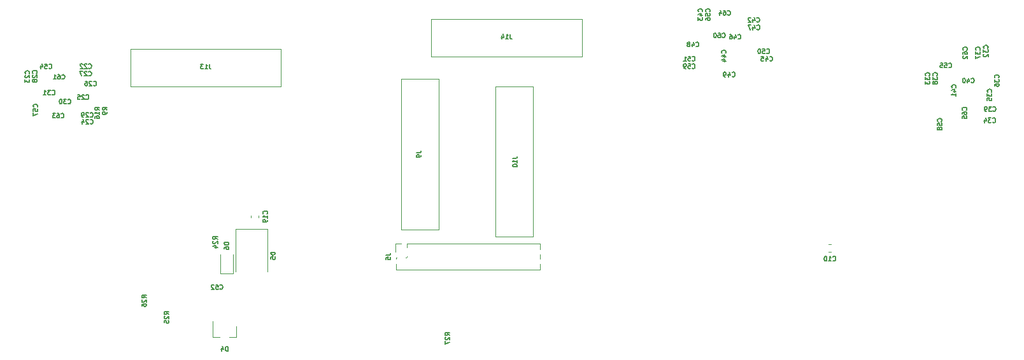
<source format=gbr>
G04 #@! TF.GenerationSoftware,KiCad,Pcbnew,5.1.0-unknown-9e240db~94~ubuntu18.04.1*
G04 #@! TF.CreationDate,2019-04-03T10:40:22+08:00*
G04 #@! TF.ProjectId,ovc3,6f766333-2e6b-4696-9361-645f70636258,rev?*
G04 #@! TF.SameCoordinates,Original*
G04 #@! TF.FileFunction,Legend,Bot*
G04 #@! TF.FilePolarity,Positive*
%FSLAX46Y46*%
G04 Gerber Fmt 4.6, Leading zero omitted, Abs format (unit mm)*
G04 Created by KiCad (PCBNEW 5.1.0-unknown-9e240db~94~ubuntu18.04.1) date 2019-04-03 10:40:22*
%MOMM*%
%LPD*%
G04 APERTURE LIST*
%ADD10C,0.120000*%
%ADD11C,0.150000*%
G04 APERTURE END LIST*
D10*
X113490000Y-101462779D02*
X113490000Y-101137221D01*
X114510000Y-101462779D02*
X114510000Y-101137221D01*
X111150000Y-108900000D02*
X111150000Y-106350000D01*
X109450000Y-108900000D02*
X109450000Y-106350000D01*
X111150000Y-108900000D02*
X109450000Y-108900000D01*
X111450000Y-102950000D02*
X111450000Y-108650000D01*
X115750000Y-102950000D02*
X115750000Y-108650000D01*
X111450000Y-102950000D02*
X115750000Y-102950000D01*
X111580000Y-117360000D02*
X111580000Y-115900000D01*
X108420000Y-117360000D02*
X108420000Y-115200000D01*
X108420000Y-117360000D02*
X109350000Y-117360000D01*
X111580000Y-117360000D02*
X110650000Y-117360000D01*
X132740000Y-104870000D02*
X132740000Y-106000000D01*
X133500000Y-104870000D02*
X132740000Y-104870000D01*
X132805000Y-107577530D02*
X132805000Y-108400000D01*
X132805000Y-106760000D02*
X132805000Y-106962470D01*
X132936529Y-106760000D02*
X132805000Y-106760000D01*
X134206529Y-106760000D02*
X134063471Y-106760000D01*
X134260000Y-106563471D02*
X134260000Y-106706529D01*
X134260000Y-104870000D02*
X134260000Y-105436529D01*
X132805000Y-108400000D02*
X151975000Y-108400000D01*
X134260000Y-104870000D02*
X151975000Y-104870000D01*
X151975000Y-106307530D02*
X151975000Y-106962470D01*
X151975000Y-107577530D02*
X151975000Y-108400000D01*
X151975000Y-104870000D02*
X151975000Y-105692470D01*
X157500000Y-80000000D02*
X137500000Y-80000000D01*
X157500000Y-75000000D02*
X157500000Y-80000000D01*
X137500000Y-75000000D02*
X137500000Y-80000000D01*
X157500000Y-75000000D02*
X137500000Y-75000000D01*
X117500000Y-84000000D02*
X97500000Y-84000000D01*
X117500000Y-79000000D02*
X117500000Y-84000000D01*
X97500000Y-79000000D02*
X97500000Y-84000000D01*
X117500000Y-79000000D02*
X97500000Y-79000000D01*
X146000000Y-104000000D02*
X146000000Y-84000000D01*
X151000000Y-104000000D02*
X146000000Y-104000000D01*
X151000000Y-84000000D02*
X146000000Y-84000000D01*
X151000000Y-104000000D02*
X151000000Y-84000000D01*
X138500000Y-83000000D02*
X138500000Y-103000000D01*
X133500000Y-83000000D02*
X138500000Y-83000000D01*
X133500000Y-103000000D02*
X138500000Y-103000000D01*
X133500000Y-83000000D02*
X133500000Y-103000000D01*
X190337221Y-104990000D02*
X190662779Y-104990000D01*
X190337221Y-106010000D02*
X190662779Y-106010000D01*
D11*
X139941428Y-117114285D02*
X139655714Y-116914285D01*
X139941428Y-116771428D02*
X139341428Y-116771428D01*
X139341428Y-117000000D01*
X139370000Y-117057142D01*
X139398571Y-117085714D01*
X139455714Y-117114285D01*
X139541428Y-117114285D01*
X139598571Y-117085714D01*
X139627142Y-117057142D01*
X139655714Y-117000000D01*
X139655714Y-116771428D01*
X139398571Y-117342857D02*
X139370000Y-117371428D01*
X139341428Y-117428571D01*
X139341428Y-117571428D01*
X139370000Y-117628571D01*
X139398571Y-117657142D01*
X139455714Y-117685714D01*
X139512857Y-117685714D01*
X139598571Y-117657142D01*
X139941428Y-117314285D01*
X139941428Y-117685714D01*
X139341428Y-117885714D02*
X139341428Y-118285714D01*
X139941428Y-118028571D01*
X99601428Y-112114285D02*
X99315714Y-111914285D01*
X99601428Y-111771428D02*
X99001428Y-111771428D01*
X99001428Y-112000000D01*
X99030000Y-112057142D01*
X99058571Y-112085714D01*
X99115714Y-112114285D01*
X99201428Y-112114285D01*
X99258571Y-112085714D01*
X99287142Y-112057142D01*
X99315714Y-112000000D01*
X99315714Y-111771428D01*
X99058571Y-112342857D02*
X99030000Y-112371428D01*
X99001428Y-112428571D01*
X99001428Y-112571428D01*
X99030000Y-112628571D01*
X99058571Y-112657142D01*
X99115714Y-112685714D01*
X99172857Y-112685714D01*
X99258571Y-112657142D01*
X99601428Y-112314285D01*
X99601428Y-112685714D01*
X99001428Y-113200000D02*
X99001428Y-113085714D01*
X99030000Y-113028571D01*
X99058571Y-113000000D01*
X99144285Y-112942857D01*
X99258571Y-112914285D01*
X99487142Y-112914285D01*
X99544285Y-112942857D01*
X99572857Y-112971428D01*
X99601428Y-113028571D01*
X99601428Y-113142857D01*
X99572857Y-113200000D01*
X99544285Y-113228571D01*
X99487142Y-113257142D01*
X99344285Y-113257142D01*
X99287142Y-113228571D01*
X99258571Y-113200000D01*
X99230000Y-113142857D01*
X99230000Y-113028571D01*
X99258571Y-112971428D01*
X99287142Y-112942857D01*
X99344285Y-112914285D01*
X115644285Y-100914285D02*
X115672857Y-100885714D01*
X115701428Y-100800000D01*
X115701428Y-100742857D01*
X115672857Y-100657142D01*
X115615714Y-100600000D01*
X115558571Y-100571428D01*
X115444285Y-100542857D01*
X115358571Y-100542857D01*
X115244285Y-100571428D01*
X115187142Y-100600000D01*
X115130000Y-100657142D01*
X115101428Y-100742857D01*
X115101428Y-100800000D01*
X115130000Y-100885714D01*
X115158571Y-100914285D01*
X115701428Y-101485714D02*
X115701428Y-101142857D01*
X115701428Y-101314285D02*
X115101428Y-101314285D01*
X115187142Y-101257142D01*
X115244285Y-101200000D01*
X115272857Y-101142857D01*
X115701428Y-101771428D02*
X115701428Y-101885714D01*
X115672857Y-101942857D01*
X115644285Y-101971428D01*
X115558571Y-102028571D01*
X115444285Y-102057142D01*
X115215714Y-102057142D01*
X115158571Y-102028571D01*
X115130000Y-102000000D01*
X115101428Y-101942857D01*
X115101428Y-101828571D01*
X115130000Y-101771428D01*
X115158571Y-101742857D01*
X115215714Y-101714285D01*
X115358571Y-101714285D01*
X115415714Y-101742857D01*
X115444285Y-101771428D01*
X115472857Y-101828571D01*
X115472857Y-101942857D01*
X115444285Y-102000000D01*
X115415714Y-102028571D01*
X115358571Y-102057142D01*
X110571428Y-104757142D02*
X109971428Y-104757142D01*
X109971428Y-104900000D01*
X110000000Y-104985714D01*
X110057142Y-105042857D01*
X110114285Y-105071428D01*
X110228571Y-105100000D01*
X110314285Y-105100000D01*
X110428571Y-105071428D01*
X110485714Y-105042857D01*
X110542857Y-104985714D01*
X110571428Y-104900000D01*
X110571428Y-104757142D01*
X109971428Y-105614285D02*
X109971428Y-105500000D01*
X110000000Y-105442857D01*
X110028571Y-105414285D01*
X110114285Y-105357142D01*
X110228571Y-105328571D01*
X110457142Y-105328571D01*
X110514285Y-105357142D01*
X110542857Y-105385714D01*
X110571428Y-105442857D01*
X110571428Y-105557142D01*
X110542857Y-105614285D01*
X110514285Y-105642857D01*
X110457142Y-105671428D01*
X110314285Y-105671428D01*
X110257142Y-105642857D01*
X110228571Y-105614285D01*
X110200000Y-105557142D01*
X110200000Y-105442857D01*
X110228571Y-105385714D01*
X110257142Y-105357142D01*
X110314285Y-105328571D01*
X102601428Y-114314285D02*
X102315714Y-114114285D01*
X102601428Y-113971428D02*
X102001428Y-113971428D01*
X102001428Y-114200000D01*
X102030000Y-114257142D01*
X102058571Y-114285714D01*
X102115714Y-114314285D01*
X102201428Y-114314285D01*
X102258571Y-114285714D01*
X102287142Y-114257142D01*
X102315714Y-114200000D01*
X102315714Y-113971428D01*
X102058571Y-114542857D02*
X102030000Y-114571428D01*
X102001428Y-114628571D01*
X102001428Y-114771428D01*
X102030000Y-114828571D01*
X102058571Y-114857142D01*
X102115714Y-114885714D01*
X102172857Y-114885714D01*
X102258571Y-114857142D01*
X102601428Y-114514285D01*
X102601428Y-114885714D01*
X102001428Y-115428571D02*
X102001428Y-115142857D01*
X102287142Y-115114285D01*
X102258571Y-115142857D01*
X102230000Y-115200000D01*
X102230000Y-115342857D01*
X102258571Y-115400000D01*
X102287142Y-115428571D01*
X102344285Y-115457142D01*
X102487142Y-115457142D01*
X102544285Y-115428571D01*
X102572857Y-115400000D01*
X102601428Y-115342857D01*
X102601428Y-115200000D01*
X102572857Y-115142857D01*
X102544285Y-115114285D01*
X109071428Y-104314285D02*
X108785714Y-104114285D01*
X109071428Y-103971428D02*
X108471428Y-103971428D01*
X108471428Y-104200000D01*
X108500000Y-104257142D01*
X108528571Y-104285714D01*
X108585714Y-104314285D01*
X108671428Y-104314285D01*
X108728571Y-104285714D01*
X108757142Y-104257142D01*
X108785714Y-104200000D01*
X108785714Y-103971428D01*
X108528571Y-104542857D02*
X108500000Y-104571428D01*
X108471428Y-104628571D01*
X108471428Y-104771428D01*
X108500000Y-104828571D01*
X108528571Y-104857142D01*
X108585714Y-104885714D01*
X108642857Y-104885714D01*
X108728571Y-104857142D01*
X109071428Y-104514285D01*
X109071428Y-104885714D01*
X108671428Y-105400000D02*
X109071428Y-105400000D01*
X108442857Y-105257142D02*
X108871428Y-105114285D01*
X108871428Y-105485714D01*
X109385714Y-110914285D02*
X109414285Y-110942857D01*
X109500000Y-110971428D01*
X109557142Y-110971428D01*
X109642857Y-110942857D01*
X109700000Y-110885714D01*
X109728571Y-110828571D01*
X109757142Y-110714285D01*
X109757142Y-110628571D01*
X109728571Y-110514285D01*
X109700000Y-110457142D01*
X109642857Y-110400000D01*
X109557142Y-110371428D01*
X109500000Y-110371428D01*
X109414285Y-110400000D01*
X109385714Y-110428571D01*
X108842857Y-110371428D02*
X109128571Y-110371428D01*
X109157142Y-110657142D01*
X109128571Y-110628571D01*
X109071428Y-110600000D01*
X108928571Y-110600000D01*
X108871428Y-110628571D01*
X108842857Y-110657142D01*
X108814285Y-110714285D01*
X108814285Y-110857142D01*
X108842857Y-110914285D01*
X108871428Y-110942857D01*
X108928571Y-110971428D01*
X109071428Y-110971428D01*
X109128571Y-110942857D01*
X109157142Y-110914285D01*
X108585714Y-110428571D02*
X108557142Y-110400000D01*
X108500000Y-110371428D01*
X108357142Y-110371428D01*
X108300000Y-110400000D01*
X108271428Y-110428571D01*
X108242857Y-110485714D01*
X108242857Y-110542857D01*
X108271428Y-110628571D01*
X108614285Y-110971428D01*
X108242857Y-110971428D01*
X116771428Y-106057142D02*
X116171428Y-106057142D01*
X116171428Y-106200000D01*
X116200000Y-106285714D01*
X116257142Y-106342857D01*
X116314285Y-106371428D01*
X116428571Y-106400000D01*
X116514285Y-106400000D01*
X116628571Y-106371428D01*
X116685714Y-106342857D01*
X116742857Y-106285714D01*
X116771428Y-106200000D01*
X116771428Y-106057142D01*
X116171428Y-106942857D02*
X116171428Y-106657142D01*
X116457142Y-106628571D01*
X116428571Y-106657142D01*
X116400000Y-106714285D01*
X116400000Y-106857142D01*
X116428571Y-106914285D01*
X116457142Y-106942857D01*
X116514285Y-106971428D01*
X116657142Y-106971428D01*
X116714285Y-106942857D01*
X116742857Y-106914285D01*
X116771428Y-106857142D01*
X116771428Y-106714285D01*
X116742857Y-106657142D01*
X116714285Y-106628571D01*
X110442857Y-119171428D02*
X110442857Y-118571428D01*
X110300000Y-118571428D01*
X110214285Y-118600000D01*
X110157142Y-118657142D01*
X110128571Y-118714285D01*
X110100000Y-118828571D01*
X110100000Y-118914285D01*
X110128571Y-119028571D01*
X110157142Y-119085714D01*
X110214285Y-119142857D01*
X110300000Y-119171428D01*
X110442857Y-119171428D01*
X109585714Y-118771428D02*
X109585714Y-119171428D01*
X109728571Y-118542857D02*
X109871428Y-118971428D01*
X109500000Y-118971428D01*
X131476428Y-106435000D02*
X131905000Y-106435000D01*
X131990714Y-106406428D01*
X132047857Y-106349285D01*
X132076428Y-106263571D01*
X132076428Y-106206428D01*
X131476428Y-107006428D02*
X131476428Y-106720714D01*
X131762142Y-106692142D01*
X131733571Y-106720714D01*
X131705000Y-106777857D01*
X131705000Y-106920714D01*
X131733571Y-106977857D01*
X131762142Y-107006428D01*
X131819285Y-107035000D01*
X131962142Y-107035000D01*
X132019285Y-107006428D01*
X132047857Y-106977857D01*
X132076428Y-106920714D01*
X132076428Y-106777857D01*
X132047857Y-106720714D01*
X132019285Y-106692142D01*
X147985714Y-77021428D02*
X147985714Y-77450000D01*
X148014285Y-77535714D01*
X148071428Y-77592857D01*
X148157142Y-77621428D01*
X148214285Y-77621428D01*
X147385714Y-77621428D02*
X147728571Y-77621428D01*
X147557142Y-77621428D02*
X147557142Y-77021428D01*
X147614285Y-77107142D01*
X147671428Y-77164285D01*
X147728571Y-77192857D01*
X146871428Y-77221428D02*
X146871428Y-77621428D01*
X147014285Y-76992857D02*
X147157142Y-77421428D01*
X146785714Y-77421428D01*
X107985714Y-81021428D02*
X107985714Y-81450000D01*
X108014285Y-81535714D01*
X108071428Y-81592857D01*
X108157142Y-81621428D01*
X108214285Y-81621428D01*
X107385714Y-81621428D02*
X107728571Y-81621428D01*
X107557142Y-81621428D02*
X107557142Y-81021428D01*
X107614285Y-81107142D01*
X107671428Y-81164285D01*
X107728571Y-81192857D01*
X107185714Y-81021428D02*
X106814285Y-81021428D01*
X107014285Y-81250000D01*
X106928571Y-81250000D01*
X106871428Y-81278571D01*
X106842857Y-81307142D01*
X106814285Y-81364285D01*
X106814285Y-81507142D01*
X106842857Y-81564285D01*
X106871428Y-81592857D01*
X106928571Y-81621428D01*
X107100000Y-81621428D01*
X107157142Y-81592857D01*
X107185714Y-81564285D01*
X148321428Y-93514285D02*
X148750000Y-93514285D01*
X148835714Y-93485714D01*
X148892857Y-93428571D01*
X148921428Y-93342857D01*
X148921428Y-93285714D01*
X148921428Y-94114285D02*
X148921428Y-93771428D01*
X148921428Y-93942857D02*
X148321428Y-93942857D01*
X148407142Y-93885714D01*
X148464285Y-93828571D01*
X148492857Y-93771428D01*
X148321428Y-94485714D02*
X148321428Y-94542857D01*
X148350000Y-94600000D01*
X148378571Y-94628571D01*
X148435714Y-94657142D01*
X148550000Y-94685714D01*
X148692857Y-94685714D01*
X148807142Y-94657142D01*
X148864285Y-94628571D01*
X148892857Y-94600000D01*
X148921428Y-94542857D01*
X148921428Y-94485714D01*
X148892857Y-94428571D01*
X148864285Y-94400000D01*
X148807142Y-94371428D01*
X148692857Y-94342857D01*
X148550000Y-94342857D01*
X148435714Y-94371428D01*
X148378571Y-94400000D01*
X148350000Y-94428571D01*
X148321428Y-94485714D01*
X178285714Y-77614285D02*
X178314285Y-77642857D01*
X178400000Y-77671428D01*
X178457142Y-77671428D01*
X178542857Y-77642857D01*
X178600000Y-77585714D01*
X178628571Y-77528571D01*
X178657142Y-77414285D01*
X178657142Y-77328571D01*
X178628571Y-77214285D01*
X178600000Y-77157142D01*
X178542857Y-77100000D01*
X178457142Y-77071428D01*
X178400000Y-77071428D01*
X178314285Y-77100000D01*
X178285714Y-77128571D01*
X177771428Y-77271428D02*
X177771428Y-77671428D01*
X177914285Y-77042857D02*
X178057142Y-77471428D01*
X177685714Y-77471428D01*
X177200000Y-77071428D02*
X177314285Y-77071428D01*
X177371428Y-77100000D01*
X177400000Y-77128571D01*
X177457142Y-77214285D01*
X177485714Y-77328571D01*
X177485714Y-77557142D01*
X177457142Y-77614285D01*
X177428571Y-77642857D01*
X177371428Y-77671428D01*
X177257142Y-77671428D01*
X177200000Y-77642857D01*
X177171428Y-77614285D01*
X177142857Y-77557142D01*
X177142857Y-77414285D01*
X177171428Y-77357142D01*
X177200000Y-77328571D01*
X177257142Y-77300000D01*
X177371428Y-77300000D01*
X177428571Y-77328571D01*
X177457142Y-77357142D01*
X177485714Y-77414285D01*
X93371428Y-87114285D02*
X93085714Y-86914285D01*
X93371428Y-86771428D02*
X92771428Y-86771428D01*
X92771428Y-87000000D01*
X92800000Y-87057142D01*
X92828571Y-87085714D01*
X92885714Y-87114285D01*
X92971428Y-87114285D01*
X93028571Y-87085714D01*
X93057142Y-87057142D01*
X93085714Y-87000000D01*
X93085714Y-86771428D01*
X93371428Y-87685714D02*
X93371428Y-87342857D01*
X93371428Y-87514285D02*
X92771428Y-87514285D01*
X92857142Y-87457142D01*
X92914285Y-87400000D01*
X92942857Y-87342857D01*
X92771428Y-88200000D02*
X92771428Y-88085714D01*
X92800000Y-88028571D01*
X92828571Y-88000000D01*
X92914285Y-87942857D01*
X93028571Y-87914285D01*
X93257142Y-87914285D01*
X93314285Y-87942857D01*
X93342857Y-87971428D01*
X93371428Y-88028571D01*
X93371428Y-88142857D01*
X93342857Y-88200000D01*
X93314285Y-88228571D01*
X93257142Y-88257142D01*
X93114285Y-88257142D01*
X93057142Y-88228571D01*
X93028571Y-88200000D01*
X93000000Y-88142857D01*
X93000000Y-88028571D01*
X93028571Y-87971428D01*
X93057142Y-87942857D01*
X93114285Y-87914285D01*
X94371428Y-87100000D02*
X94085714Y-86900000D01*
X94371428Y-86757142D02*
X93771428Y-86757142D01*
X93771428Y-86985714D01*
X93800000Y-87042857D01*
X93828571Y-87071428D01*
X93885714Y-87100000D01*
X93971428Y-87100000D01*
X94028571Y-87071428D01*
X94057142Y-87042857D01*
X94085714Y-86985714D01*
X94085714Y-86757142D01*
X94371428Y-87385714D02*
X94371428Y-87500000D01*
X94342857Y-87557142D01*
X94314285Y-87585714D01*
X94228571Y-87642857D01*
X94114285Y-87671428D01*
X93885714Y-87671428D01*
X93828571Y-87642857D01*
X93800000Y-87614285D01*
X93771428Y-87557142D01*
X93771428Y-87442857D01*
X93800000Y-87385714D01*
X93828571Y-87357142D01*
X93885714Y-87328571D01*
X94028571Y-87328571D01*
X94085714Y-87357142D01*
X94114285Y-87385714D01*
X94142857Y-87442857D01*
X94142857Y-87557142D01*
X94114285Y-87614285D01*
X94085714Y-87642857D01*
X94028571Y-87671428D01*
X135521428Y-92800000D02*
X135950000Y-92800000D01*
X136035714Y-92771428D01*
X136092857Y-92714285D01*
X136121428Y-92628571D01*
X136121428Y-92571428D01*
X136121428Y-93114285D02*
X136121428Y-93228571D01*
X136092857Y-93285714D01*
X136064285Y-93314285D01*
X135978571Y-93371428D01*
X135864285Y-93400000D01*
X135635714Y-93400000D01*
X135578571Y-93371428D01*
X135550000Y-93342857D01*
X135521428Y-93285714D01*
X135521428Y-93171428D01*
X135550000Y-93114285D01*
X135578571Y-93085714D01*
X135635714Y-93057142D01*
X135778571Y-93057142D01*
X135835714Y-93085714D01*
X135864285Y-93114285D01*
X135892857Y-93171428D01*
X135892857Y-93285714D01*
X135864285Y-93342857D01*
X135835714Y-93371428D01*
X135778571Y-93400000D01*
X190885714Y-107144285D02*
X190914285Y-107172857D01*
X191000000Y-107201428D01*
X191057142Y-107201428D01*
X191142857Y-107172857D01*
X191200000Y-107115714D01*
X191228571Y-107058571D01*
X191257142Y-106944285D01*
X191257142Y-106858571D01*
X191228571Y-106744285D01*
X191200000Y-106687142D01*
X191142857Y-106630000D01*
X191057142Y-106601428D01*
X191000000Y-106601428D01*
X190914285Y-106630000D01*
X190885714Y-106658571D01*
X190314285Y-107201428D02*
X190657142Y-107201428D01*
X190485714Y-107201428D02*
X190485714Y-106601428D01*
X190542857Y-106687142D01*
X190600000Y-106744285D01*
X190657142Y-106772857D01*
X189942857Y-106601428D02*
X189885714Y-106601428D01*
X189828571Y-106630000D01*
X189800000Y-106658571D01*
X189771428Y-106715714D01*
X189742857Y-106830000D01*
X189742857Y-106972857D01*
X189771428Y-107087142D01*
X189800000Y-107144285D01*
X189828571Y-107172857D01*
X189885714Y-107201428D01*
X189942857Y-107201428D01*
X190000000Y-107172857D01*
X190028571Y-107144285D01*
X190057142Y-107087142D01*
X190085714Y-106972857D01*
X190085714Y-106830000D01*
X190057142Y-106715714D01*
X190028571Y-106658571D01*
X190000000Y-106630000D01*
X189942857Y-106601428D01*
X88285714Y-88114285D02*
X88314285Y-88142857D01*
X88400000Y-88171428D01*
X88457142Y-88171428D01*
X88542857Y-88142857D01*
X88600000Y-88085714D01*
X88628571Y-88028571D01*
X88657142Y-87914285D01*
X88657142Y-87828571D01*
X88628571Y-87714285D01*
X88600000Y-87657142D01*
X88542857Y-87600000D01*
X88457142Y-87571428D01*
X88400000Y-87571428D01*
X88314285Y-87600000D01*
X88285714Y-87628571D01*
X87771428Y-87571428D02*
X87885714Y-87571428D01*
X87942857Y-87600000D01*
X87971428Y-87628571D01*
X88028571Y-87714285D01*
X88057142Y-87828571D01*
X88057142Y-88057142D01*
X88028571Y-88114285D01*
X88000000Y-88142857D01*
X87942857Y-88171428D01*
X87828571Y-88171428D01*
X87771428Y-88142857D01*
X87742857Y-88114285D01*
X87714285Y-88057142D01*
X87714285Y-87914285D01*
X87742857Y-87857142D01*
X87771428Y-87828571D01*
X87828571Y-87800000D01*
X87942857Y-87800000D01*
X88000000Y-87828571D01*
X88028571Y-87857142D01*
X88057142Y-87914285D01*
X87514285Y-87571428D02*
X87142857Y-87571428D01*
X87342857Y-87800000D01*
X87257142Y-87800000D01*
X87200000Y-87828571D01*
X87171428Y-87857142D01*
X87142857Y-87914285D01*
X87142857Y-88057142D01*
X87171428Y-88114285D01*
X87200000Y-88142857D01*
X87257142Y-88171428D01*
X87428571Y-88171428D01*
X87485714Y-88142857D01*
X87514285Y-88114285D01*
X208614285Y-87114285D02*
X208642857Y-87085714D01*
X208671428Y-87000000D01*
X208671428Y-86942857D01*
X208642857Y-86857142D01*
X208585714Y-86800000D01*
X208528571Y-86771428D01*
X208414285Y-86742857D01*
X208328571Y-86742857D01*
X208214285Y-86771428D01*
X208157142Y-86800000D01*
X208100000Y-86857142D01*
X208071428Y-86942857D01*
X208071428Y-87000000D01*
X208100000Y-87085714D01*
X208128571Y-87114285D01*
X208071428Y-87628571D02*
X208071428Y-87514285D01*
X208100000Y-87457142D01*
X208128571Y-87428571D01*
X208214285Y-87371428D01*
X208328571Y-87342857D01*
X208557142Y-87342857D01*
X208614285Y-87371428D01*
X208642857Y-87400000D01*
X208671428Y-87457142D01*
X208671428Y-87571428D01*
X208642857Y-87628571D01*
X208614285Y-87657142D01*
X208557142Y-87685714D01*
X208414285Y-87685714D01*
X208357142Y-87657142D01*
X208328571Y-87628571D01*
X208300000Y-87571428D01*
X208300000Y-87457142D01*
X208328571Y-87400000D01*
X208357142Y-87371428D01*
X208414285Y-87342857D01*
X208071428Y-88228571D02*
X208071428Y-87942857D01*
X208357142Y-87914285D01*
X208328571Y-87942857D01*
X208300000Y-88000000D01*
X208300000Y-88142857D01*
X208328571Y-88200000D01*
X208357142Y-88228571D01*
X208414285Y-88257142D01*
X208557142Y-88257142D01*
X208614285Y-88228571D01*
X208642857Y-88200000D01*
X208671428Y-88142857D01*
X208671428Y-88000000D01*
X208642857Y-87942857D01*
X208614285Y-87914285D01*
X176885714Y-74424285D02*
X176914285Y-74452857D01*
X177000000Y-74481428D01*
X177057142Y-74481428D01*
X177142857Y-74452857D01*
X177200000Y-74395714D01*
X177228571Y-74338571D01*
X177257142Y-74224285D01*
X177257142Y-74138571D01*
X177228571Y-74024285D01*
X177200000Y-73967142D01*
X177142857Y-73910000D01*
X177057142Y-73881428D01*
X177000000Y-73881428D01*
X176914285Y-73910000D01*
X176885714Y-73938571D01*
X176371428Y-73881428D02*
X176485714Y-73881428D01*
X176542857Y-73910000D01*
X176571428Y-73938571D01*
X176628571Y-74024285D01*
X176657142Y-74138571D01*
X176657142Y-74367142D01*
X176628571Y-74424285D01*
X176600000Y-74452857D01*
X176542857Y-74481428D01*
X176428571Y-74481428D01*
X176371428Y-74452857D01*
X176342857Y-74424285D01*
X176314285Y-74367142D01*
X176314285Y-74224285D01*
X176342857Y-74167142D01*
X176371428Y-74138571D01*
X176428571Y-74110000D01*
X176542857Y-74110000D01*
X176600000Y-74138571D01*
X176628571Y-74167142D01*
X176657142Y-74224285D01*
X175800000Y-74081428D02*
X175800000Y-74481428D01*
X175942857Y-73852857D02*
X176085714Y-74281428D01*
X175714285Y-74281428D01*
X208714285Y-79114285D02*
X208742857Y-79085714D01*
X208771428Y-79000000D01*
X208771428Y-78942857D01*
X208742857Y-78857142D01*
X208685714Y-78800000D01*
X208628571Y-78771428D01*
X208514285Y-78742857D01*
X208428571Y-78742857D01*
X208314285Y-78771428D01*
X208257142Y-78800000D01*
X208200000Y-78857142D01*
X208171428Y-78942857D01*
X208171428Y-79000000D01*
X208200000Y-79085714D01*
X208228571Y-79114285D01*
X208171428Y-79628571D02*
X208171428Y-79514285D01*
X208200000Y-79457142D01*
X208228571Y-79428571D01*
X208314285Y-79371428D01*
X208428571Y-79342857D01*
X208657142Y-79342857D01*
X208714285Y-79371428D01*
X208742857Y-79400000D01*
X208771428Y-79457142D01*
X208771428Y-79571428D01*
X208742857Y-79628571D01*
X208714285Y-79657142D01*
X208657142Y-79685714D01*
X208514285Y-79685714D01*
X208457142Y-79657142D01*
X208428571Y-79628571D01*
X208400000Y-79571428D01*
X208400000Y-79457142D01*
X208428571Y-79400000D01*
X208457142Y-79371428D01*
X208514285Y-79342857D01*
X208228571Y-79914285D02*
X208200000Y-79942857D01*
X208171428Y-80000000D01*
X208171428Y-80142857D01*
X208200000Y-80200000D01*
X208228571Y-80228571D01*
X208285714Y-80257142D01*
X208342857Y-80257142D01*
X208428571Y-80228571D01*
X208771428Y-79885714D01*
X208771428Y-80257142D01*
X88385714Y-82939285D02*
X88414285Y-82967857D01*
X88500000Y-82996428D01*
X88557142Y-82996428D01*
X88642857Y-82967857D01*
X88700000Y-82910714D01*
X88728571Y-82853571D01*
X88757142Y-82739285D01*
X88757142Y-82653571D01*
X88728571Y-82539285D01*
X88700000Y-82482142D01*
X88642857Y-82425000D01*
X88557142Y-82396428D01*
X88500000Y-82396428D01*
X88414285Y-82425000D01*
X88385714Y-82453571D01*
X87871428Y-82396428D02*
X87985714Y-82396428D01*
X88042857Y-82425000D01*
X88071428Y-82453571D01*
X88128571Y-82539285D01*
X88157142Y-82653571D01*
X88157142Y-82882142D01*
X88128571Y-82939285D01*
X88100000Y-82967857D01*
X88042857Y-82996428D01*
X87928571Y-82996428D01*
X87871428Y-82967857D01*
X87842857Y-82939285D01*
X87814285Y-82882142D01*
X87814285Y-82739285D01*
X87842857Y-82682142D01*
X87871428Y-82653571D01*
X87928571Y-82625000D01*
X88042857Y-82625000D01*
X88100000Y-82653571D01*
X88128571Y-82682142D01*
X88157142Y-82739285D01*
X87242857Y-82996428D02*
X87585714Y-82996428D01*
X87414285Y-82996428D02*
X87414285Y-82396428D01*
X87471428Y-82482142D01*
X87528571Y-82539285D01*
X87585714Y-82567857D01*
X176185714Y-77414285D02*
X176214285Y-77442857D01*
X176300000Y-77471428D01*
X176357142Y-77471428D01*
X176442857Y-77442857D01*
X176500000Y-77385714D01*
X176528571Y-77328571D01*
X176557142Y-77214285D01*
X176557142Y-77128571D01*
X176528571Y-77014285D01*
X176500000Y-76957142D01*
X176442857Y-76900000D01*
X176357142Y-76871428D01*
X176300000Y-76871428D01*
X176214285Y-76900000D01*
X176185714Y-76928571D01*
X175671428Y-76871428D02*
X175785714Y-76871428D01*
X175842857Y-76900000D01*
X175871428Y-76928571D01*
X175928571Y-77014285D01*
X175957142Y-77128571D01*
X175957142Y-77357142D01*
X175928571Y-77414285D01*
X175900000Y-77442857D01*
X175842857Y-77471428D01*
X175728571Y-77471428D01*
X175671428Y-77442857D01*
X175642857Y-77414285D01*
X175614285Y-77357142D01*
X175614285Y-77214285D01*
X175642857Y-77157142D01*
X175671428Y-77128571D01*
X175728571Y-77100000D01*
X175842857Y-77100000D01*
X175900000Y-77128571D01*
X175928571Y-77157142D01*
X175957142Y-77214285D01*
X175242857Y-76871428D02*
X175185714Y-76871428D01*
X175128571Y-76900000D01*
X175100000Y-76928571D01*
X175071428Y-76985714D01*
X175042857Y-77100000D01*
X175042857Y-77242857D01*
X175071428Y-77357142D01*
X175100000Y-77414285D01*
X175128571Y-77442857D01*
X175185714Y-77471428D01*
X175242857Y-77471428D01*
X175300000Y-77442857D01*
X175328571Y-77414285D01*
X175357142Y-77357142D01*
X175385714Y-77242857D01*
X175385714Y-77100000D01*
X175357142Y-76985714D01*
X175328571Y-76928571D01*
X175300000Y-76900000D01*
X175242857Y-76871428D01*
X172185714Y-81514285D02*
X172214285Y-81542857D01*
X172300000Y-81571428D01*
X172357142Y-81571428D01*
X172442857Y-81542857D01*
X172500000Y-81485714D01*
X172528571Y-81428571D01*
X172557142Y-81314285D01*
X172557142Y-81228571D01*
X172528571Y-81114285D01*
X172500000Y-81057142D01*
X172442857Y-81000000D01*
X172357142Y-80971428D01*
X172300000Y-80971428D01*
X172214285Y-81000000D01*
X172185714Y-81028571D01*
X171642857Y-80971428D02*
X171928571Y-80971428D01*
X171957142Y-81257142D01*
X171928571Y-81228571D01*
X171871428Y-81200000D01*
X171728571Y-81200000D01*
X171671428Y-81228571D01*
X171642857Y-81257142D01*
X171614285Y-81314285D01*
X171614285Y-81457142D01*
X171642857Y-81514285D01*
X171671428Y-81542857D01*
X171728571Y-81571428D01*
X171871428Y-81571428D01*
X171928571Y-81542857D01*
X171957142Y-81514285D01*
X171328571Y-81571428D02*
X171214285Y-81571428D01*
X171157142Y-81542857D01*
X171128571Y-81514285D01*
X171071428Y-81428571D01*
X171042857Y-81314285D01*
X171042857Y-81085714D01*
X171071428Y-81028571D01*
X171100000Y-81000000D01*
X171157142Y-80971428D01*
X171271428Y-80971428D01*
X171328571Y-81000000D01*
X171357142Y-81028571D01*
X171385714Y-81085714D01*
X171385714Y-81228571D01*
X171357142Y-81285714D01*
X171328571Y-81314285D01*
X171271428Y-81342857D01*
X171157142Y-81342857D01*
X171100000Y-81314285D01*
X171071428Y-81285714D01*
X171042857Y-81228571D01*
X205314285Y-88614285D02*
X205342857Y-88585714D01*
X205371428Y-88500000D01*
X205371428Y-88442857D01*
X205342857Y-88357142D01*
X205285714Y-88300000D01*
X205228571Y-88271428D01*
X205114285Y-88242857D01*
X205028571Y-88242857D01*
X204914285Y-88271428D01*
X204857142Y-88300000D01*
X204800000Y-88357142D01*
X204771428Y-88442857D01*
X204771428Y-88500000D01*
X204800000Y-88585714D01*
X204828571Y-88614285D01*
X204771428Y-89157142D02*
X204771428Y-88871428D01*
X205057142Y-88842857D01*
X205028571Y-88871428D01*
X205000000Y-88928571D01*
X205000000Y-89071428D01*
X205028571Y-89128571D01*
X205057142Y-89157142D01*
X205114285Y-89185714D01*
X205257142Y-89185714D01*
X205314285Y-89157142D01*
X205342857Y-89128571D01*
X205371428Y-89071428D01*
X205371428Y-88928571D01*
X205342857Y-88871428D01*
X205314285Y-88842857D01*
X205028571Y-89528571D02*
X205000000Y-89471428D01*
X204971428Y-89442857D01*
X204914285Y-89414285D01*
X204885714Y-89414285D01*
X204828571Y-89442857D01*
X204800000Y-89471428D01*
X204771428Y-89528571D01*
X204771428Y-89642857D01*
X204800000Y-89700000D01*
X204828571Y-89728571D01*
X204885714Y-89757142D01*
X204914285Y-89757142D01*
X204971428Y-89728571D01*
X205000000Y-89700000D01*
X205028571Y-89642857D01*
X205028571Y-89528571D01*
X205057142Y-89471428D01*
X205085714Y-89442857D01*
X205142857Y-89414285D01*
X205257142Y-89414285D01*
X205314285Y-89442857D01*
X205342857Y-89471428D01*
X205371428Y-89528571D01*
X205371428Y-89642857D01*
X205342857Y-89700000D01*
X205314285Y-89728571D01*
X205257142Y-89757142D01*
X205142857Y-89757142D01*
X205085714Y-89728571D01*
X205057142Y-89700000D01*
X205028571Y-89642857D01*
X85114285Y-86714285D02*
X85142857Y-86685714D01*
X85171428Y-86600000D01*
X85171428Y-86542857D01*
X85142857Y-86457142D01*
X85085714Y-86400000D01*
X85028571Y-86371428D01*
X84914285Y-86342857D01*
X84828571Y-86342857D01*
X84714285Y-86371428D01*
X84657142Y-86400000D01*
X84600000Y-86457142D01*
X84571428Y-86542857D01*
X84571428Y-86600000D01*
X84600000Y-86685714D01*
X84628571Y-86714285D01*
X84571428Y-87257142D02*
X84571428Y-86971428D01*
X84857142Y-86942857D01*
X84828571Y-86971428D01*
X84800000Y-87028571D01*
X84800000Y-87171428D01*
X84828571Y-87228571D01*
X84857142Y-87257142D01*
X84914285Y-87285714D01*
X85057142Y-87285714D01*
X85114285Y-87257142D01*
X85142857Y-87228571D01*
X85171428Y-87171428D01*
X85171428Y-87028571D01*
X85142857Y-86971428D01*
X85114285Y-86942857D01*
X84571428Y-87485714D02*
X84571428Y-87885714D01*
X85171428Y-87628571D01*
X174514285Y-74014285D02*
X174542857Y-73985714D01*
X174571428Y-73900000D01*
X174571428Y-73842857D01*
X174542857Y-73757142D01*
X174485714Y-73700000D01*
X174428571Y-73671428D01*
X174314285Y-73642857D01*
X174228571Y-73642857D01*
X174114285Y-73671428D01*
X174057142Y-73700000D01*
X174000000Y-73757142D01*
X173971428Y-73842857D01*
X173971428Y-73900000D01*
X174000000Y-73985714D01*
X174028571Y-74014285D01*
X173971428Y-74557142D02*
X173971428Y-74271428D01*
X174257142Y-74242857D01*
X174228571Y-74271428D01*
X174200000Y-74328571D01*
X174200000Y-74471428D01*
X174228571Y-74528571D01*
X174257142Y-74557142D01*
X174314285Y-74585714D01*
X174457142Y-74585714D01*
X174514285Y-74557142D01*
X174542857Y-74528571D01*
X174571428Y-74471428D01*
X174571428Y-74328571D01*
X174542857Y-74271428D01*
X174514285Y-74242857D01*
X173971428Y-75100000D02*
X173971428Y-74985714D01*
X174000000Y-74928571D01*
X174028571Y-74900000D01*
X174114285Y-74842857D01*
X174228571Y-74814285D01*
X174457142Y-74814285D01*
X174514285Y-74842857D01*
X174542857Y-74871428D01*
X174571428Y-74928571D01*
X174571428Y-75042857D01*
X174542857Y-75100000D01*
X174514285Y-75128571D01*
X174457142Y-75157142D01*
X174314285Y-75157142D01*
X174257142Y-75128571D01*
X174228571Y-75100000D01*
X174200000Y-75042857D01*
X174200000Y-74928571D01*
X174228571Y-74871428D01*
X174257142Y-74842857D01*
X174314285Y-74814285D01*
X206285714Y-81414285D02*
X206314285Y-81442857D01*
X206400000Y-81471428D01*
X206457142Y-81471428D01*
X206542857Y-81442857D01*
X206600000Y-81385714D01*
X206628571Y-81328571D01*
X206657142Y-81214285D01*
X206657142Y-81128571D01*
X206628571Y-81014285D01*
X206600000Y-80957142D01*
X206542857Y-80900000D01*
X206457142Y-80871428D01*
X206400000Y-80871428D01*
X206314285Y-80900000D01*
X206285714Y-80928571D01*
X205742857Y-80871428D02*
X206028571Y-80871428D01*
X206057142Y-81157142D01*
X206028571Y-81128571D01*
X205971428Y-81100000D01*
X205828571Y-81100000D01*
X205771428Y-81128571D01*
X205742857Y-81157142D01*
X205714285Y-81214285D01*
X205714285Y-81357142D01*
X205742857Y-81414285D01*
X205771428Y-81442857D01*
X205828571Y-81471428D01*
X205971428Y-81471428D01*
X206028571Y-81442857D01*
X206057142Y-81414285D01*
X205171428Y-80871428D02*
X205457142Y-80871428D01*
X205485714Y-81157142D01*
X205457142Y-81128571D01*
X205400000Y-81100000D01*
X205257142Y-81100000D01*
X205200000Y-81128571D01*
X205171428Y-81157142D01*
X205142857Y-81214285D01*
X205142857Y-81357142D01*
X205171428Y-81414285D01*
X205200000Y-81442857D01*
X205257142Y-81471428D01*
X205400000Y-81471428D01*
X205457142Y-81442857D01*
X205485714Y-81414285D01*
X86660714Y-81539285D02*
X86689285Y-81567857D01*
X86775000Y-81596428D01*
X86832142Y-81596428D01*
X86917857Y-81567857D01*
X86975000Y-81510714D01*
X87003571Y-81453571D01*
X87032142Y-81339285D01*
X87032142Y-81253571D01*
X87003571Y-81139285D01*
X86975000Y-81082142D01*
X86917857Y-81025000D01*
X86832142Y-80996428D01*
X86775000Y-80996428D01*
X86689285Y-81025000D01*
X86660714Y-81053571D01*
X86117857Y-80996428D02*
X86403571Y-80996428D01*
X86432142Y-81282142D01*
X86403571Y-81253571D01*
X86346428Y-81225000D01*
X86203571Y-81225000D01*
X86146428Y-81253571D01*
X86117857Y-81282142D01*
X86089285Y-81339285D01*
X86089285Y-81482142D01*
X86117857Y-81539285D01*
X86146428Y-81567857D01*
X86203571Y-81596428D01*
X86346428Y-81596428D01*
X86403571Y-81567857D01*
X86432142Y-81539285D01*
X85575000Y-81196428D02*
X85575000Y-81596428D01*
X85717857Y-80967857D02*
X85860714Y-81396428D01*
X85489285Y-81396428D01*
X212914285Y-82814285D02*
X212942857Y-82785714D01*
X212971428Y-82700000D01*
X212971428Y-82642857D01*
X212942857Y-82557142D01*
X212885714Y-82500000D01*
X212828571Y-82471428D01*
X212714285Y-82442857D01*
X212628571Y-82442857D01*
X212514285Y-82471428D01*
X212457142Y-82500000D01*
X212400000Y-82557142D01*
X212371428Y-82642857D01*
X212371428Y-82700000D01*
X212400000Y-82785714D01*
X212428571Y-82814285D01*
X212371428Y-83014285D02*
X212371428Y-83385714D01*
X212600000Y-83185714D01*
X212600000Y-83271428D01*
X212628571Y-83328571D01*
X212657142Y-83357142D01*
X212714285Y-83385714D01*
X212857142Y-83385714D01*
X212914285Y-83357142D01*
X212942857Y-83328571D01*
X212971428Y-83271428D01*
X212971428Y-83100000D01*
X212942857Y-83042857D01*
X212914285Y-83014285D01*
X212371428Y-83900000D02*
X212371428Y-83785714D01*
X212400000Y-83728571D01*
X212428571Y-83700000D01*
X212514285Y-83642857D01*
X212628571Y-83614285D01*
X212857142Y-83614285D01*
X212914285Y-83642857D01*
X212942857Y-83671428D01*
X212971428Y-83728571D01*
X212971428Y-83842857D01*
X212942857Y-83900000D01*
X212914285Y-83928571D01*
X212857142Y-83957142D01*
X212714285Y-83957142D01*
X212657142Y-83928571D01*
X212628571Y-83900000D01*
X212600000Y-83842857D01*
X212600000Y-83728571D01*
X212628571Y-83671428D01*
X212657142Y-83642857D01*
X212714285Y-83614285D01*
X172185714Y-80514285D02*
X172214285Y-80542857D01*
X172300000Y-80571428D01*
X172357142Y-80571428D01*
X172442857Y-80542857D01*
X172500000Y-80485714D01*
X172528571Y-80428571D01*
X172557142Y-80314285D01*
X172557142Y-80228571D01*
X172528571Y-80114285D01*
X172500000Y-80057142D01*
X172442857Y-80000000D01*
X172357142Y-79971428D01*
X172300000Y-79971428D01*
X172214285Y-80000000D01*
X172185714Y-80028571D01*
X171642857Y-79971428D02*
X171928571Y-79971428D01*
X171957142Y-80257142D01*
X171928571Y-80228571D01*
X171871428Y-80200000D01*
X171728571Y-80200000D01*
X171671428Y-80228571D01*
X171642857Y-80257142D01*
X171614285Y-80314285D01*
X171614285Y-80457142D01*
X171642857Y-80514285D01*
X171671428Y-80542857D01*
X171728571Y-80571428D01*
X171871428Y-80571428D01*
X171928571Y-80542857D01*
X171957142Y-80514285D01*
X171042857Y-80571428D02*
X171385714Y-80571428D01*
X171214285Y-80571428D02*
X171214285Y-79971428D01*
X171271428Y-80057142D01*
X171328571Y-80114285D01*
X171385714Y-80142857D01*
X182085714Y-79514285D02*
X182114285Y-79542857D01*
X182200000Y-79571428D01*
X182257142Y-79571428D01*
X182342857Y-79542857D01*
X182400000Y-79485714D01*
X182428571Y-79428571D01*
X182457142Y-79314285D01*
X182457142Y-79228571D01*
X182428571Y-79114285D01*
X182400000Y-79057142D01*
X182342857Y-79000000D01*
X182257142Y-78971428D01*
X182200000Y-78971428D01*
X182114285Y-79000000D01*
X182085714Y-79028571D01*
X181542857Y-78971428D02*
X181828571Y-78971428D01*
X181857142Y-79257142D01*
X181828571Y-79228571D01*
X181771428Y-79200000D01*
X181628571Y-79200000D01*
X181571428Y-79228571D01*
X181542857Y-79257142D01*
X181514285Y-79314285D01*
X181514285Y-79457142D01*
X181542857Y-79514285D01*
X181571428Y-79542857D01*
X181628571Y-79571428D01*
X181771428Y-79571428D01*
X181828571Y-79542857D01*
X181857142Y-79514285D01*
X181142857Y-78971428D02*
X181085714Y-78971428D01*
X181028571Y-79000000D01*
X181000000Y-79028571D01*
X180971428Y-79085714D01*
X180942857Y-79200000D01*
X180942857Y-79342857D01*
X180971428Y-79457142D01*
X181000000Y-79514285D01*
X181028571Y-79542857D01*
X181085714Y-79571428D01*
X181142857Y-79571428D01*
X181200000Y-79542857D01*
X181228571Y-79514285D01*
X181257142Y-79457142D01*
X181285714Y-79342857D01*
X181285714Y-79200000D01*
X181257142Y-79085714D01*
X181228571Y-79028571D01*
X181200000Y-79000000D01*
X181142857Y-78971428D01*
X177485714Y-82614285D02*
X177514285Y-82642857D01*
X177600000Y-82671428D01*
X177657142Y-82671428D01*
X177742857Y-82642857D01*
X177800000Y-82585714D01*
X177828571Y-82528571D01*
X177857142Y-82414285D01*
X177857142Y-82328571D01*
X177828571Y-82214285D01*
X177800000Y-82157142D01*
X177742857Y-82100000D01*
X177657142Y-82071428D01*
X177600000Y-82071428D01*
X177514285Y-82100000D01*
X177485714Y-82128571D01*
X176971428Y-82271428D02*
X176971428Y-82671428D01*
X177114285Y-82042857D02*
X177257142Y-82471428D01*
X176885714Y-82471428D01*
X176628571Y-82671428D02*
X176514285Y-82671428D01*
X176457142Y-82642857D01*
X176428571Y-82614285D01*
X176371428Y-82528571D01*
X176342857Y-82414285D01*
X176342857Y-82185714D01*
X176371428Y-82128571D01*
X176400000Y-82100000D01*
X176457142Y-82071428D01*
X176571428Y-82071428D01*
X176628571Y-82100000D01*
X176657142Y-82128571D01*
X176685714Y-82185714D01*
X176685714Y-82328571D01*
X176657142Y-82385714D01*
X176628571Y-82414285D01*
X176571428Y-82442857D01*
X176457142Y-82442857D01*
X176400000Y-82414285D01*
X176371428Y-82385714D01*
X176342857Y-82328571D01*
X172685714Y-78614285D02*
X172714285Y-78642857D01*
X172800000Y-78671428D01*
X172857142Y-78671428D01*
X172942857Y-78642857D01*
X173000000Y-78585714D01*
X173028571Y-78528571D01*
X173057142Y-78414285D01*
X173057142Y-78328571D01*
X173028571Y-78214285D01*
X173000000Y-78157142D01*
X172942857Y-78100000D01*
X172857142Y-78071428D01*
X172800000Y-78071428D01*
X172714285Y-78100000D01*
X172685714Y-78128571D01*
X172171428Y-78271428D02*
X172171428Y-78671428D01*
X172314285Y-78042857D02*
X172457142Y-78471428D01*
X172085714Y-78471428D01*
X171771428Y-78328571D02*
X171828571Y-78300000D01*
X171857142Y-78271428D01*
X171885714Y-78214285D01*
X171885714Y-78185714D01*
X171857142Y-78128571D01*
X171828571Y-78100000D01*
X171771428Y-78071428D01*
X171657142Y-78071428D01*
X171600000Y-78100000D01*
X171571428Y-78128571D01*
X171542857Y-78185714D01*
X171542857Y-78214285D01*
X171571428Y-78271428D01*
X171600000Y-78300000D01*
X171657142Y-78328571D01*
X171771428Y-78328571D01*
X171828571Y-78357142D01*
X171857142Y-78385714D01*
X171885714Y-78442857D01*
X171885714Y-78557142D01*
X171857142Y-78614285D01*
X171828571Y-78642857D01*
X171771428Y-78671428D01*
X171657142Y-78671428D01*
X171600000Y-78642857D01*
X171571428Y-78614285D01*
X171542857Y-78557142D01*
X171542857Y-78442857D01*
X171571428Y-78385714D01*
X171600000Y-78357142D01*
X171657142Y-78328571D01*
X180780715Y-76349284D02*
X180809286Y-76377856D01*
X180895001Y-76406427D01*
X180952143Y-76406427D01*
X181037858Y-76377856D01*
X181095001Y-76320713D01*
X181123572Y-76263570D01*
X181152143Y-76149284D01*
X181152143Y-76063570D01*
X181123572Y-75949284D01*
X181095001Y-75892141D01*
X181037858Y-75834999D01*
X180952143Y-75806427D01*
X180895001Y-75806427D01*
X180809286Y-75834999D01*
X180780715Y-75863570D01*
X180266429Y-76006427D02*
X180266429Y-76406427D01*
X180409286Y-75777856D02*
X180552143Y-76206427D01*
X180180715Y-76206427D01*
X180009286Y-75806427D02*
X179609286Y-75806427D01*
X179866429Y-76406427D01*
X182485714Y-80514285D02*
X182514285Y-80542857D01*
X182600000Y-80571428D01*
X182657142Y-80571428D01*
X182742857Y-80542857D01*
X182800000Y-80485714D01*
X182828571Y-80428571D01*
X182857142Y-80314285D01*
X182857142Y-80228571D01*
X182828571Y-80114285D01*
X182800000Y-80057142D01*
X182742857Y-80000000D01*
X182657142Y-79971428D01*
X182600000Y-79971428D01*
X182514285Y-80000000D01*
X182485714Y-80028571D01*
X181971428Y-80171428D02*
X181971428Y-80571428D01*
X182114285Y-79942857D02*
X182257142Y-80371428D01*
X181885714Y-80371428D01*
X181371428Y-79971428D02*
X181657142Y-79971428D01*
X181685714Y-80257142D01*
X181657142Y-80228571D01*
X181600000Y-80200000D01*
X181457142Y-80200000D01*
X181400000Y-80228571D01*
X181371428Y-80257142D01*
X181342857Y-80314285D01*
X181342857Y-80457142D01*
X181371428Y-80514285D01*
X181400000Y-80542857D01*
X181457142Y-80571428D01*
X181600000Y-80571428D01*
X181657142Y-80542857D01*
X181685714Y-80514285D01*
X176614285Y-79514285D02*
X176642857Y-79485714D01*
X176671428Y-79400000D01*
X176671428Y-79342857D01*
X176642857Y-79257142D01*
X176585714Y-79200000D01*
X176528571Y-79171428D01*
X176414285Y-79142857D01*
X176328571Y-79142857D01*
X176214285Y-79171428D01*
X176157142Y-79200000D01*
X176100000Y-79257142D01*
X176071428Y-79342857D01*
X176071428Y-79400000D01*
X176100000Y-79485714D01*
X176128571Y-79514285D01*
X176271428Y-80028571D02*
X176671428Y-80028571D01*
X176042857Y-79885714D02*
X176471428Y-79742857D01*
X176471428Y-80114285D01*
X176271428Y-80600000D02*
X176671428Y-80600000D01*
X176042857Y-80457142D02*
X176471428Y-80314285D01*
X176471428Y-80685714D01*
X173514285Y-74014285D02*
X173542857Y-73985714D01*
X173571428Y-73900000D01*
X173571428Y-73842857D01*
X173542857Y-73757142D01*
X173485714Y-73700000D01*
X173428571Y-73671428D01*
X173314285Y-73642857D01*
X173228571Y-73642857D01*
X173114285Y-73671428D01*
X173057142Y-73700000D01*
X173000000Y-73757142D01*
X172971428Y-73842857D01*
X172971428Y-73900000D01*
X173000000Y-73985714D01*
X173028571Y-74014285D01*
X173171428Y-74528571D02*
X173571428Y-74528571D01*
X172942857Y-74385714D02*
X173371428Y-74242857D01*
X173371428Y-74614285D01*
X172971428Y-74785714D02*
X172971428Y-75157142D01*
X173200000Y-74957142D01*
X173200000Y-75042857D01*
X173228571Y-75100000D01*
X173257142Y-75128571D01*
X173314285Y-75157142D01*
X173457142Y-75157142D01*
X173514285Y-75128571D01*
X173542857Y-75100000D01*
X173571428Y-75042857D01*
X173571428Y-74871428D01*
X173542857Y-74814285D01*
X173514285Y-74785714D01*
X180760715Y-75359284D02*
X180789286Y-75387856D01*
X180875001Y-75416427D01*
X180932143Y-75416427D01*
X181017858Y-75387856D01*
X181075001Y-75330713D01*
X181103572Y-75273570D01*
X181132143Y-75159284D01*
X181132143Y-75073570D01*
X181103572Y-74959284D01*
X181075001Y-74902141D01*
X181017858Y-74844999D01*
X180932143Y-74816427D01*
X180875001Y-74816427D01*
X180789286Y-74844999D01*
X180760715Y-74873570D01*
X180246429Y-75016427D02*
X180246429Y-75416427D01*
X180389286Y-74787856D02*
X180532143Y-75216427D01*
X180160715Y-75216427D01*
X179960715Y-74873570D02*
X179932143Y-74844999D01*
X179875001Y-74816427D01*
X179732143Y-74816427D01*
X179675001Y-74844999D01*
X179646429Y-74873570D01*
X179617858Y-74930713D01*
X179617858Y-74987856D01*
X179646429Y-75073570D01*
X179989286Y-75416427D01*
X179617858Y-75416427D01*
X207214285Y-84114285D02*
X207242857Y-84085714D01*
X207271428Y-84000000D01*
X207271428Y-83942857D01*
X207242857Y-83857142D01*
X207185714Y-83800000D01*
X207128571Y-83771428D01*
X207014285Y-83742857D01*
X206928571Y-83742857D01*
X206814285Y-83771428D01*
X206757142Y-83800000D01*
X206700000Y-83857142D01*
X206671428Y-83942857D01*
X206671428Y-84000000D01*
X206700000Y-84085714D01*
X206728571Y-84114285D01*
X206871428Y-84628571D02*
X207271428Y-84628571D01*
X206642857Y-84485714D02*
X207071428Y-84342857D01*
X207071428Y-84714285D01*
X207271428Y-85257142D02*
X207271428Y-84914285D01*
X207271428Y-85085714D02*
X206671428Y-85085714D01*
X206757142Y-85028571D01*
X206814285Y-84971428D01*
X206842857Y-84914285D01*
X209285714Y-83414285D02*
X209314285Y-83442857D01*
X209400000Y-83471428D01*
X209457142Y-83471428D01*
X209542857Y-83442857D01*
X209600000Y-83385714D01*
X209628571Y-83328571D01*
X209657142Y-83214285D01*
X209657142Y-83128571D01*
X209628571Y-83014285D01*
X209600000Y-82957142D01*
X209542857Y-82900000D01*
X209457142Y-82871428D01*
X209400000Y-82871428D01*
X209314285Y-82900000D01*
X209285714Y-82928571D01*
X208771428Y-83071428D02*
X208771428Y-83471428D01*
X208914285Y-82842857D02*
X209057142Y-83271428D01*
X208685714Y-83271428D01*
X208342857Y-82871428D02*
X208285714Y-82871428D01*
X208228571Y-82900000D01*
X208200000Y-82928571D01*
X208171428Y-82985714D01*
X208142857Y-83100000D01*
X208142857Y-83242857D01*
X208171428Y-83357142D01*
X208200000Y-83414285D01*
X208228571Y-83442857D01*
X208285714Y-83471428D01*
X208342857Y-83471428D01*
X208400000Y-83442857D01*
X208428571Y-83414285D01*
X208457142Y-83357142D01*
X208485714Y-83242857D01*
X208485714Y-83100000D01*
X208457142Y-82985714D01*
X208428571Y-82928571D01*
X208400000Y-82900000D01*
X208342857Y-82871428D01*
X212185714Y-87214285D02*
X212214285Y-87242857D01*
X212300000Y-87271428D01*
X212357142Y-87271428D01*
X212442857Y-87242857D01*
X212500000Y-87185714D01*
X212528571Y-87128571D01*
X212557142Y-87014285D01*
X212557142Y-86928571D01*
X212528571Y-86814285D01*
X212500000Y-86757142D01*
X212442857Y-86700000D01*
X212357142Y-86671428D01*
X212300000Y-86671428D01*
X212214285Y-86700000D01*
X212185714Y-86728571D01*
X211985714Y-86671428D02*
X211614285Y-86671428D01*
X211814285Y-86900000D01*
X211728571Y-86900000D01*
X211671428Y-86928571D01*
X211642857Y-86957142D01*
X211614285Y-87014285D01*
X211614285Y-87157142D01*
X211642857Y-87214285D01*
X211671428Y-87242857D01*
X211728571Y-87271428D01*
X211900000Y-87271428D01*
X211957142Y-87242857D01*
X211985714Y-87214285D01*
X211328571Y-87271428D02*
X211214285Y-87271428D01*
X211157142Y-87242857D01*
X211128571Y-87214285D01*
X211071428Y-87128571D01*
X211042857Y-87014285D01*
X211042857Y-86785714D01*
X211071428Y-86728571D01*
X211100000Y-86700000D01*
X211157142Y-86671428D01*
X211271428Y-86671428D01*
X211328571Y-86700000D01*
X211357142Y-86728571D01*
X211385714Y-86785714D01*
X211385714Y-86928571D01*
X211357142Y-86985714D01*
X211328571Y-87014285D01*
X211271428Y-87042857D01*
X211157142Y-87042857D01*
X211100000Y-87014285D01*
X211071428Y-86985714D01*
X211042857Y-86928571D01*
X204714285Y-82514285D02*
X204742857Y-82485714D01*
X204771428Y-82400000D01*
X204771428Y-82342857D01*
X204742857Y-82257142D01*
X204685714Y-82200000D01*
X204628571Y-82171428D01*
X204514285Y-82142857D01*
X204428571Y-82142857D01*
X204314285Y-82171428D01*
X204257142Y-82200000D01*
X204200000Y-82257142D01*
X204171428Y-82342857D01*
X204171428Y-82400000D01*
X204200000Y-82485714D01*
X204228571Y-82514285D01*
X204171428Y-82714285D02*
X204171428Y-83085714D01*
X204400000Y-82885714D01*
X204400000Y-82971428D01*
X204428571Y-83028571D01*
X204457142Y-83057142D01*
X204514285Y-83085714D01*
X204657142Y-83085714D01*
X204714285Y-83057142D01*
X204742857Y-83028571D01*
X204771428Y-82971428D01*
X204771428Y-82800000D01*
X204742857Y-82742857D01*
X204714285Y-82714285D01*
X204428571Y-83428571D02*
X204400000Y-83371428D01*
X204371428Y-83342857D01*
X204314285Y-83314285D01*
X204285714Y-83314285D01*
X204228571Y-83342857D01*
X204200000Y-83371428D01*
X204171428Y-83428571D01*
X204171428Y-83542857D01*
X204200000Y-83600000D01*
X204228571Y-83628571D01*
X204285714Y-83657142D01*
X204314285Y-83657142D01*
X204371428Y-83628571D01*
X204400000Y-83600000D01*
X204428571Y-83542857D01*
X204428571Y-83428571D01*
X204457142Y-83371428D01*
X204485714Y-83342857D01*
X204542857Y-83314285D01*
X204657142Y-83314285D01*
X204714285Y-83342857D01*
X204742857Y-83371428D01*
X204771428Y-83428571D01*
X204771428Y-83542857D01*
X204742857Y-83600000D01*
X204714285Y-83628571D01*
X204657142Y-83657142D01*
X204542857Y-83657142D01*
X204485714Y-83628571D01*
X204457142Y-83600000D01*
X204428571Y-83542857D01*
X210414285Y-79114285D02*
X210442857Y-79085714D01*
X210471428Y-79000000D01*
X210471428Y-78942857D01*
X210442857Y-78857142D01*
X210385714Y-78800000D01*
X210328571Y-78771428D01*
X210214285Y-78742857D01*
X210128571Y-78742857D01*
X210014285Y-78771428D01*
X209957142Y-78800000D01*
X209900000Y-78857142D01*
X209871428Y-78942857D01*
X209871428Y-79000000D01*
X209900000Y-79085714D01*
X209928571Y-79114285D01*
X209871428Y-79314285D02*
X209871428Y-79685714D01*
X210100000Y-79485714D01*
X210100000Y-79571428D01*
X210128571Y-79628571D01*
X210157142Y-79657142D01*
X210214285Y-79685714D01*
X210357142Y-79685714D01*
X210414285Y-79657142D01*
X210442857Y-79628571D01*
X210471428Y-79571428D01*
X210471428Y-79400000D01*
X210442857Y-79342857D01*
X210414285Y-79314285D01*
X209871428Y-79885714D02*
X209871428Y-80285714D01*
X210471428Y-80028571D01*
X211964285Y-84714285D02*
X211992857Y-84685714D01*
X212021428Y-84600000D01*
X212021428Y-84542857D01*
X211992857Y-84457142D01*
X211935714Y-84400000D01*
X211878571Y-84371428D01*
X211764285Y-84342857D01*
X211678571Y-84342857D01*
X211564285Y-84371428D01*
X211507142Y-84400000D01*
X211450000Y-84457142D01*
X211421428Y-84542857D01*
X211421428Y-84600000D01*
X211450000Y-84685714D01*
X211478571Y-84714285D01*
X211421428Y-84914285D02*
X211421428Y-85285714D01*
X211650000Y-85085714D01*
X211650000Y-85171428D01*
X211678571Y-85228571D01*
X211707142Y-85257142D01*
X211764285Y-85285714D01*
X211907142Y-85285714D01*
X211964285Y-85257142D01*
X211992857Y-85228571D01*
X212021428Y-85171428D01*
X212021428Y-85000000D01*
X211992857Y-84942857D01*
X211964285Y-84914285D01*
X211421428Y-85828571D02*
X211421428Y-85542857D01*
X211707142Y-85514285D01*
X211678571Y-85542857D01*
X211650000Y-85600000D01*
X211650000Y-85742857D01*
X211678571Y-85800000D01*
X211707142Y-85828571D01*
X211764285Y-85857142D01*
X211907142Y-85857142D01*
X211964285Y-85828571D01*
X211992857Y-85800000D01*
X212021428Y-85742857D01*
X212021428Y-85600000D01*
X211992857Y-85542857D01*
X211964285Y-85514285D01*
X212135714Y-88714285D02*
X212164285Y-88742857D01*
X212250000Y-88771428D01*
X212307142Y-88771428D01*
X212392857Y-88742857D01*
X212450000Y-88685714D01*
X212478571Y-88628571D01*
X212507142Y-88514285D01*
X212507142Y-88428571D01*
X212478571Y-88314285D01*
X212450000Y-88257142D01*
X212392857Y-88200000D01*
X212307142Y-88171428D01*
X212250000Y-88171428D01*
X212164285Y-88200000D01*
X212135714Y-88228571D01*
X211935714Y-88171428D02*
X211564285Y-88171428D01*
X211764285Y-88400000D01*
X211678571Y-88400000D01*
X211621428Y-88428571D01*
X211592857Y-88457142D01*
X211564285Y-88514285D01*
X211564285Y-88657142D01*
X211592857Y-88714285D01*
X211621428Y-88742857D01*
X211678571Y-88771428D01*
X211850000Y-88771428D01*
X211907142Y-88742857D01*
X211935714Y-88714285D01*
X211050000Y-88371428D02*
X211050000Y-88771428D01*
X211192857Y-88142857D02*
X211335714Y-88571428D01*
X210964285Y-88571428D01*
X203714285Y-82514285D02*
X203742857Y-82485714D01*
X203771428Y-82400000D01*
X203771428Y-82342857D01*
X203742857Y-82257142D01*
X203685714Y-82200000D01*
X203628571Y-82171428D01*
X203514285Y-82142857D01*
X203428571Y-82142857D01*
X203314285Y-82171428D01*
X203257142Y-82200000D01*
X203200000Y-82257142D01*
X203171428Y-82342857D01*
X203171428Y-82400000D01*
X203200000Y-82485714D01*
X203228571Y-82514285D01*
X203171428Y-82714285D02*
X203171428Y-83085714D01*
X203400000Y-82885714D01*
X203400000Y-82971428D01*
X203428571Y-83028571D01*
X203457142Y-83057142D01*
X203514285Y-83085714D01*
X203657142Y-83085714D01*
X203714285Y-83057142D01*
X203742857Y-83028571D01*
X203771428Y-82971428D01*
X203771428Y-82800000D01*
X203742857Y-82742857D01*
X203714285Y-82714285D01*
X203171428Y-83285714D02*
X203171428Y-83657142D01*
X203400000Y-83457142D01*
X203400000Y-83542857D01*
X203428571Y-83600000D01*
X203457142Y-83628571D01*
X203514285Y-83657142D01*
X203657142Y-83657142D01*
X203714285Y-83628571D01*
X203742857Y-83600000D01*
X203771428Y-83542857D01*
X203771428Y-83371428D01*
X203742857Y-83314285D01*
X203714285Y-83285714D01*
X211464285Y-78864285D02*
X211492857Y-78835714D01*
X211521428Y-78750000D01*
X211521428Y-78692857D01*
X211492857Y-78607142D01*
X211435714Y-78550000D01*
X211378571Y-78521428D01*
X211264285Y-78492857D01*
X211178571Y-78492857D01*
X211064285Y-78521428D01*
X211007142Y-78550000D01*
X210950000Y-78607142D01*
X210921428Y-78692857D01*
X210921428Y-78750000D01*
X210950000Y-78835714D01*
X210978571Y-78864285D01*
X210921428Y-79064285D02*
X210921428Y-79435714D01*
X211150000Y-79235714D01*
X211150000Y-79321428D01*
X211178571Y-79378571D01*
X211207142Y-79407142D01*
X211264285Y-79435714D01*
X211407142Y-79435714D01*
X211464285Y-79407142D01*
X211492857Y-79378571D01*
X211521428Y-79321428D01*
X211521428Y-79150000D01*
X211492857Y-79092857D01*
X211464285Y-79064285D01*
X210978571Y-79664285D02*
X210950000Y-79692857D01*
X210921428Y-79750000D01*
X210921428Y-79892857D01*
X210950000Y-79950000D01*
X210978571Y-79978571D01*
X211035714Y-80007142D01*
X211092857Y-80007142D01*
X211178571Y-79978571D01*
X211521428Y-79635714D01*
X211521428Y-80007142D01*
X87085714Y-85014285D02*
X87114285Y-85042857D01*
X87200000Y-85071428D01*
X87257142Y-85071428D01*
X87342857Y-85042857D01*
X87400000Y-84985714D01*
X87428571Y-84928571D01*
X87457142Y-84814285D01*
X87457142Y-84728571D01*
X87428571Y-84614285D01*
X87400000Y-84557142D01*
X87342857Y-84500000D01*
X87257142Y-84471428D01*
X87200000Y-84471428D01*
X87114285Y-84500000D01*
X87085714Y-84528571D01*
X86885714Y-84471428D02*
X86514285Y-84471428D01*
X86714285Y-84700000D01*
X86628571Y-84700000D01*
X86571428Y-84728571D01*
X86542857Y-84757142D01*
X86514285Y-84814285D01*
X86514285Y-84957142D01*
X86542857Y-85014285D01*
X86571428Y-85042857D01*
X86628571Y-85071428D01*
X86800000Y-85071428D01*
X86857142Y-85042857D01*
X86885714Y-85014285D01*
X85942857Y-85071428D02*
X86285714Y-85071428D01*
X86114285Y-85071428D02*
X86114285Y-84471428D01*
X86171428Y-84557142D01*
X86228571Y-84614285D01*
X86285714Y-84642857D01*
X89185714Y-86214285D02*
X89214285Y-86242857D01*
X89300000Y-86271428D01*
X89357142Y-86271428D01*
X89442857Y-86242857D01*
X89500000Y-86185714D01*
X89528571Y-86128571D01*
X89557142Y-86014285D01*
X89557142Y-85928571D01*
X89528571Y-85814285D01*
X89500000Y-85757142D01*
X89442857Y-85700000D01*
X89357142Y-85671428D01*
X89300000Y-85671428D01*
X89214285Y-85700000D01*
X89185714Y-85728571D01*
X88985714Y-85671428D02*
X88614285Y-85671428D01*
X88814285Y-85900000D01*
X88728571Y-85900000D01*
X88671428Y-85928571D01*
X88642857Y-85957142D01*
X88614285Y-86014285D01*
X88614285Y-86157142D01*
X88642857Y-86214285D01*
X88671428Y-86242857D01*
X88728571Y-86271428D01*
X88900000Y-86271428D01*
X88957142Y-86242857D01*
X88985714Y-86214285D01*
X88242857Y-85671428D02*
X88185714Y-85671428D01*
X88128571Y-85700000D01*
X88100000Y-85728571D01*
X88071428Y-85785714D01*
X88042857Y-85900000D01*
X88042857Y-86042857D01*
X88071428Y-86157142D01*
X88100000Y-86214285D01*
X88128571Y-86242857D01*
X88185714Y-86271428D01*
X88242857Y-86271428D01*
X88300000Y-86242857D01*
X88328571Y-86214285D01*
X88357142Y-86157142D01*
X88385714Y-86042857D01*
X88385714Y-85900000D01*
X88357142Y-85785714D01*
X88328571Y-85728571D01*
X88300000Y-85700000D01*
X88242857Y-85671428D01*
X92135714Y-87989285D02*
X92164285Y-88017857D01*
X92250000Y-88046428D01*
X92307142Y-88046428D01*
X92392857Y-88017857D01*
X92450000Y-87960714D01*
X92478571Y-87903571D01*
X92507142Y-87789285D01*
X92507142Y-87703571D01*
X92478571Y-87589285D01*
X92450000Y-87532142D01*
X92392857Y-87475000D01*
X92307142Y-87446428D01*
X92250000Y-87446428D01*
X92164285Y-87475000D01*
X92135714Y-87503571D01*
X91907142Y-87503571D02*
X91878571Y-87475000D01*
X91821428Y-87446428D01*
X91678571Y-87446428D01*
X91621428Y-87475000D01*
X91592857Y-87503571D01*
X91564285Y-87560714D01*
X91564285Y-87617857D01*
X91592857Y-87703571D01*
X91935714Y-88046428D01*
X91564285Y-88046428D01*
X91278571Y-88046428D02*
X91164285Y-88046428D01*
X91107142Y-88017857D01*
X91078571Y-87989285D01*
X91021428Y-87903571D01*
X90992857Y-87789285D01*
X90992857Y-87560714D01*
X91021428Y-87503571D01*
X91050000Y-87475000D01*
X91107142Y-87446428D01*
X91221428Y-87446428D01*
X91278571Y-87475000D01*
X91307142Y-87503571D01*
X91335714Y-87560714D01*
X91335714Y-87703571D01*
X91307142Y-87760714D01*
X91278571Y-87789285D01*
X91221428Y-87817857D01*
X91107142Y-87817857D01*
X91050000Y-87789285D01*
X91021428Y-87760714D01*
X90992857Y-87703571D01*
X85014285Y-82214285D02*
X85042857Y-82185714D01*
X85071428Y-82100000D01*
X85071428Y-82042857D01*
X85042857Y-81957142D01*
X84985714Y-81900000D01*
X84928571Y-81871428D01*
X84814285Y-81842857D01*
X84728571Y-81842857D01*
X84614285Y-81871428D01*
X84557142Y-81900000D01*
X84500000Y-81957142D01*
X84471428Y-82042857D01*
X84471428Y-82100000D01*
X84500000Y-82185714D01*
X84528571Y-82214285D01*
X84528571Y-82442857D02*
X84500000Y-82471428D01*
X84471428Y-82528571D01*
X84471428Y-82671428D01*
X84500000Y-82728571D01*
X84528571Y-82757142D01*
X84585714Y-82785714D01*
X84642857Y-82785714D01*
X84728571Y-82757142D01*
X85071428Y-82414285D01*
X85071428Y-82785714D01*
X84728571Y-83128571D02*
X84700000Y-83071428D01*
X84671428Y-83042857D01*
X84614285Y-83014285D01*
X84585714Y-83014285D01*
X84528571Y-83042857D01*
X84500000Y-83071428D01*
X84471428Y-83128571D01*
X84471428Y-83242857D01*
X84500000Y-83300000D01*
X84528571Y-83328571D01*
X84585714Y-83357142D01*
X84614285Y-83357142D01*
X84671428Y-83328571D01*
X84700000Y-83300000D01*
X84728571Y-83242857D01*
X84728571Y-83128571D01*
X84757142Y-83071428D01*
X84785714Y-83042857D01*
X84842857Y-83014285D01*
X84957142Y-83014285D01*
X85014285Y-83042857D01*
X85042857Y-83071428D01*
X85071428Y-83128571D01*
X85071428Y-83242857D01*
X85042857Y-83300000D01*
X85014285Y-83328571D01*
X84957142Y-83357142D01*
X84842857Y-83357142D01*
X84785714Y-83328571D01*
X84757142Y-83300000D01*
X84728571Y-83242857D01*
X91935714Y-82514285D02*
X91964285Y-82542857D01*
X92050000Y-82571428D01*
X92107142Y-82571428D01*
X92192857Y-82542857D01*
X92250000Y-82485714D01*
X92278571Y-82428571D01*
X92307142Y-82314285D01*
X92307142Y-82228571D01*
X92278571Y-82114285D01*
X92250000Y-82057142D01*
X92192857Y-82000000D01*
X92107142Y-81971428D01*
X92050000Y-81971428D01*
X91964285Y-82000000D01*
X91935714Y-82028571D01*
X91707142Y-82028571D02*
X91678571Y-82000000D01*
X91621428Y-81971428D01*
X91478571Y-81971428D01*
X91421428Y-82000000D01*
X91392857Y-82028571D01*
X91364285Y-82085714D01*
X91364285Y-82142857D01*
X91392857Y-82228571D01*
X91735714Y-82571428D01*
X91364285Y-82571428D01*
X91164285Y-81971428D02*
X90764285Y-81971428D01*
X91021428Y-82571428D01*
X92585714Y-83814285D02*
X92614285Y-83842857D01*
X92700000Y-83871428D01*
X92757142Y-83871428D01*
X92842857Y-83842857D01*
X92900000Y-83785714D01*
X92928571Y-83728571D01*
X92957142Y-83614285D01*
X92957142Y-83528571D01*
X92928571Y-83414285D01*
X92900000Y-83357142D01*
X92842857Y-83300000D01*
X92757142Y-83271428D01*
X92700000Y-83271428D01*
X92614285Y-83300000D01*
X92585714Y-83328571D01*
X92357142Y-83328571D02*
X92328571Y-83300000D01*
X92271428Y-83271428D01*
X92128571Y-83271428D01*
X92071428Y-83300000D01*
X92042857Y-83328571D01*
X92014285Y-83385714D01*
X92014285Y-83442857D01*
X92042857Y-83528571D01*
X92385714Y-83871428D01*
X92014285Y-83871428D01*
X91500000Y-83271428D02*
X91614285Y-83271428D01*
X91671428Y-83300000D01*
X91700000Y-83328571D01*
X91757142Y-83414285D01*
X91785714Y-83528571D01*
X91785714Y-83757142D01*
X91757142Y-83814285D01*
X91728571Y-83842857D01*
X91671428Y-83871428D01*
X91557142Y-83871428D01*
X91500000Y-83842857D01*
X91471428Y-83814285D01*
X91442857Y-83757142D01*
X91442857Y-83614285D01*
X91471428Y-83557142D01*
X91500000Y-83528571D01*
X91557142Y-83500000D01*
X91671428Y-83500000D01*
X91728571Y-83528571D01*
X91757142Y-83557142D01*
X91785714Y-83614285D01*
X91585714Y-85614285D02*
X91614285Y-85642857D01*
X91700000Y-85671428D01*
X91757142Y-85671428D01*
X91842857Y-85642857D01*
X91900000Y-85585714D01*
X91928571Y-85528571D01*
X91957142Y-85414285D01*
X91957142Y-85328571D01*
X91928571Y-85214285D01*
X91900000Y-85157142D01*
X91842857Y-85100000D01*
X91757142Y-85071428D01*
X91700000Y-85071428D01*
X91614285Y-85100000D01*
X91585714Y-85128571D01*
X91357142Y-85128571D02*
X91328571Y-85100000D01*
X91271428Y-85071428D01*
X91128571Y-85071428D01*
X91071428Y-85100000D01*
X91042857Y-85128571D01*
X91014285Y-85185714D01*
X91014285Y-85242857D01*
X91042857Y-85328571D01*
X91385714Y-85671428D01*
X91014285Y-85671428D01*
X90471428Y-85071428D02*
X90757142Y-85071428D01*
X90785714Y-85357142D01*
X90757142Y-85328571D01*
X90700000Y-85300000D01*
X90557142Y-85300000D01*
X90500000Y-85328571D01*
X90471428Y-85357142D01*
X90442857Y-85414285D01*
X90442857Y-85557142D01*
X90471428Y-85614285D01*
X90500000Y-85642857D01*
X90557142Y-85671428D01*
X90700000Y-85671428D01*
X90757142Y-85642857D01*
X90785714Y-85614285D01*
X92135714Y-88889285D02*
X92164285Y-88917857D01*
X92250000Y-88946428D01*
X92307142Y-88946428D01*
X92392857Y-88917857D01*
X92450000Y-88860714D01*
X92478571Y-88803571D01*
X92507142Y-88689285D01*
X92507142Y-88603571D01*
X92478571Y-88489285D01*
X92450000Y-88432142D01*
X92392857Y-88375000D01*
X92307142Y-88346428D01*
X92250000Y-88346428D01*
X92164285Y-88375000D01*
X92135714Y-88403571D01*
X91907142Y-88403571D02*
X91878571Y-88375000D01*
X91821428Y-88346428D01*
X91678571Y-88346428D01*
X91621428Y-88375000D01*
X91592857Y-88403571D01*
X91564285Y-88460714D01*
X91564285Y-88517857D01*
X91592857Y-88603571D01*
X91935714Y-88946428D01*
X91564285Y-88946428D01*
X91050000Y-88546428D02*
X91050000Y-88946428D01*
X91192857Y-88317857D02*
X91335714Y-88746428D01*
X90964285Y-88746428D01*
X84014285Y-82259284D02*
X84042857Y-82230713D01*
X84071428Y-82144999D01*
X84071428Y-82087856D01*
X84042857Y-82002141D01*
X83985714Y-81944999D01*
X83928571Y-81916427D01*
X83814285Y-81887856D01*
X83728571Y-81887856D01*
X83614285Y-81916427D01*
X83557142Y-81944999D01*
X83500000Y-82002141D01*
X83471428Y-82087856D01*
X83471428Y-82144999D01*
X83500000Y-82230713D01*
X83528571Y-82259284D01*
X83528571Y-82487856D02*
X83500000Y-82516427D01*
X83471428Y-82573570D01*
X83471428Y-82716427D01*
X83500000Y-82773570D01*
X83528571Y-82802141D01*
X83585714Y-82830713D01*
X83642857Y-82830713D01*
X83728571Y-82802141D01*
X84071428Y-82459284D01*
X84071428Y-82830713D01*
X83471428Y-83030713D02*
X83471428Y-83402141D01*
X83700000Y-83202141D01*
X83700000Y-83287856D01*
X83728571Y-83344999D01*
X83757142Y-83373570D01*
X83814285Y-83402141D01*
X83957142Y-83402141D01*
X84014285Y-83373570D01*
X84042857Y-83344999D01*
X84071428Y-83287856D01*
X84071428Y-83116427D01*
X84042857Y-83059284D01*
X84014285Y-83030713D01*
X91935714Y-81514285D02*
X91964285Y-81542857D01*
X92050000Y-81571428D01*
X92107142Y-81571428D01*
X92192857Y-81542857D01*
X92250000Y-81485714D01*
X92278571Y-81428571D01*
X92307142Y-81314285D01*
X92307142Y-81228571D01*
X92278571Y-81114285D01*
X92250000Y-81057142D01*
X92192857Y-81000000D01*
X92107142Y-80971428D01*
X92050000Y-80971428D01*
X91964285Y-81000000D01*
X91935714Y-81028571D01*
X91707142Y-81028571D02*
X91678571Y-81000000D01*
X91621428Y-80971428D01*
X91478571Y-80971428D01*
X91421428Y-81000000D01*
X91392857Y-81028571D01*
X91364285Y-81085714D01*
X91364285Y-81142857D01*
X91392857Y-81228571D01*
X91735714Y-81571428D01*
X91364285Y-81571428D01*
X91135714Y-81028571D02*
X91107142Y-81000000D01*
X91050000Y-80971428D01*
X90907142Y-80971428D01*
X90850000Y-81000000D01*
X90821428Y-81028571D01*
X90792857Y-81085714D01*
X90792857Y-81142857D01*
X90821428Y-81228571D01*
X91164285Y-81571428D01*
X90792857Y-81571428D01*
M02*

</source>
